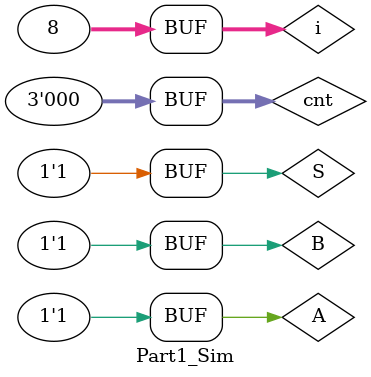
<source format=v>
`timescale 1ns / 1ps
module Part1_Sim();
    parameter NUM_INP = 3;
    reg A, B, S;
    reg[NUM_INP-1:0] cnt;
    wire F;
    integer i;
    Part1 UUT(.A(A), .B(B), .S(S), .F(F));
    initial begin
        cnt = 0;
        for(i = 0; i < 2**NUM_INP; i = i + 1) begin
            A = cnt[2];
            B = cnt[1];
            S = cnt[0];
            cnt = cnt + 1;
            #10;
        end
    end
endmodule
</source>
